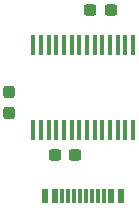
<source format=gtp>
G04 #@! TF.GenerationSoftware,KiCad,Pcbnew,(6.0.0)*
G04 #@! TF.CreationDate,2022-05-28T20:38:17-06:00*
G04 #@! TF.ProjectId,usb_to_serial,7573625f-746f-45f7-9365-7269616c2e6b,2*
G04 #@! TF.SameCoordinates,Original*
G04 #@! TF.FileFunction,Paste,Top*
G04 #@! TF.FilePolarity,Positive*
%FSLAX46Y46*%
G04 Gerber Fmt 4.6, Leading zero omitted, Abs format (unit mm)*
G04 Created by KiCad (PCBNEW (6.0.0)) date 2022-05-28 20:38:17*
%MOMM*%
%LPD*%
G01*
G04 APERTURE LIST*
G04 Aperture macros list*
%AMRoundRect*
0 Rectangle with rounded corners*
0 $1 Rounding radius*
0 $2 $3 $4 $5 $6 $7 $8 $9 X,Y pos of 4 corners*
0 Add a 4 corners polygon primitive as box body*
4,1,4,$2,$3,$4,$5,$6,$7,$8,$9,$2,$3,0*
0 Add four circle primitives for the rounded corners*
1,1,$1+$1,$2,$3*
1,1,$1+$1,$4,$5*
1,1,$1+$1,$6,$7*
1,1,$1+$1,$8,$9*
0 Add four rect primitives between the rounded corners*
20,1,$1+$1,$2,$3,$4,$5,0*
20,1,$1+$1,$4,$5,$6,$7,0*
20,1,$1+$1,$6,$7,$8,$9,0*
20,1,$1+$1,$8,$9,$2,$3,0*%
G04 Aperture macros list end*
%ADD10RoundRect,0.237500X0.300000X0.237500X-0.300000X0.237500X-0.300000X-0.237500X0.300000X-0.237500X0*%
%ADD11R,0.450000X1.750000*%
%ADD12R,0.584200X1.143000*%
%ADD13R,0.304800X1.143000*%
%ADD14RoundRect,0.237500X-0.237500X0.300000X-0.237500X-0.300000X0.237500X-0.300000X0.237500X0.300000X0*%
G04 APERTURE END LIST*
D10*
X138130619Y-109572504D03*
X136405619Y-109572504D03*
X135130619Y-121822504D03*
X133405619Y-121822504D03*
D11*
X140003119Y-112522504D03*
X139353119Y-112522504D03*
X138703119Y-112522504D03*
X138053119Y-112522504D03*
X137403119Y-112522504D03*
X136753119Y-112522504D03*
X136103119Y-112522504D03*
X135453119Y-112522504D03*
X134803119Y-112522504D03*
X134153119Y-112522504D03*
X133503119Y-112522504D03*
X132853119Y-112522504D03*
X132203119Y-112522504D03*
X131553119Y-112522504D03*
X131553119Y-119722504D03*
X132203119Y-119722504D03*
X132853119Y-119722504D03*
X133503119Y-119722504D03*
X134153119Y-119722504D03*
X134803119Y-119722504D03*
X135453119Y-119722504D03*
X136103119Y-119722504D03*
X136753119Y-119722504D03*
X137403119Y-119722504D03*
X138053119Y-119722504D03*
X138703119Y-119722504D03*
X139353119Y-119722504D03*
X140003119Y-119722504D03*
D12*
X132578119Y-125336704D03*
X133378118Y-125336704D03*
D13*
X134528119Y-125336704D03*
X135528119Y-125336704D03*
X136028119Y-125336704D03*
X137028119Y-125336704D03*
D12*
X138978119Y-125336704D03*
X138178120Y-125336704D03*
D13*
X137528118Y-125336704D03*
X136528120Y-125336704D03*
X135028118Y-125336704D03*
X134028120Y-125336704D03*
D14*
X129500000Y-116545372D03*
X129500000Y-118270372D03*
M02*

</source>
